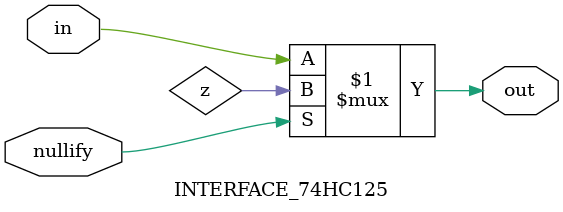
<source format=v>
module INTERFACE_74HC125(
        input wire nullify,
        input wire in,
        output wire out
    );

    assign out = (nullify) ? z : in;

endmodule
</source>
